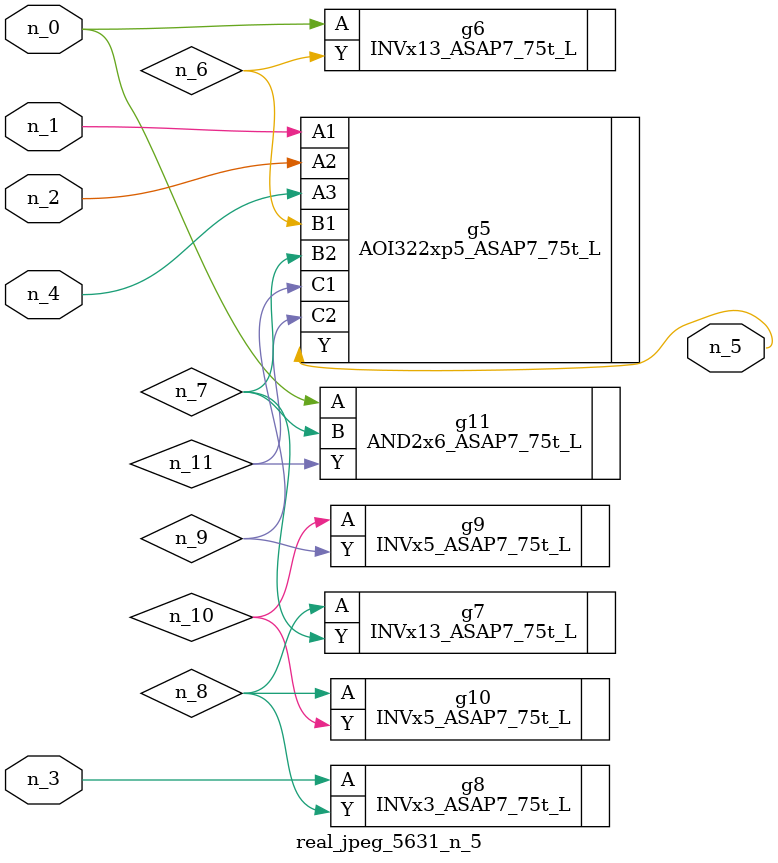
<source format=v>
module real_jpeg_5631_n_5 (n_4, n_0, n_1, n_2, n_3, n_5);

input n_4;
input n_0;
input n_1;
input n_2;
input n_3;

output n_5;

wire n_8;
wire n_11;
wire n_6;
wire n_7;
wire n_10;
wire n_9;

INVx13_ASAP7_75t_L g6 ( 
.A(n_0),
.Y(n_6)
);

AND2x6_ASAP7_75t_L g11 ( 
.A(n_0),
.B(n_7),
.Y(n_11)
);

AOI322xp5_ASAP7_75t_L g5 ( 
.A1(n_1),
.A2(n_2),
.A3(n_4),
.B1(n_6),
.B2(n_7),
.C1(n_9),
.C2(n_11),
.Y(n_5)
);

INVx3_ASAP7_75t_L g8 ( 
.A(n_3),
.Y(n_8)
);

INVx13_ASAP7_75t_L g7 ( 
.A(n_8),
.Y(n_7)
);

INVx5_ASAP7_75t_L g10 ( 
.A(n_8),
.Y(n_10)
);

INVx5_ASAP7_75t_L g9 ( 
.A(n_10),
.Y(n_9)
);


endmodule
</source>
